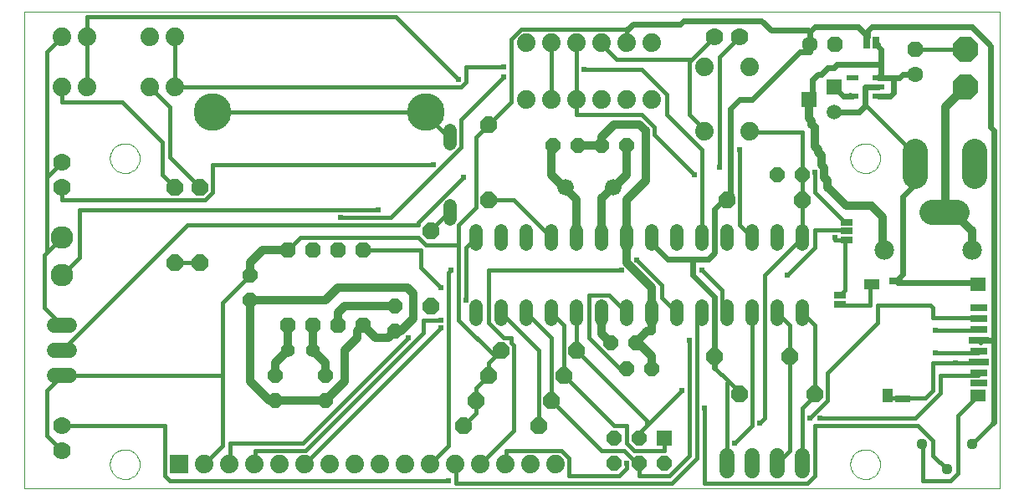
<source format=gtl>
G75*
%MOIN*%
%OFA0B0*%
%FSLAX24Y24*%
%IPPOS*%
%LPD*%
%AMOC8*
5,1,8,0,0,1.08239X$1,22.5*
%
%ADD10C,0.0000*%
%ADD11C,0.1500*%
%ADD12C,0.0520*%
%ADD13OC8,0.0630*%
%ADD14C,0.0560*%
%ADD15OC8,0.0660*%
%ADD16OC8,0.0600*%
%ADD17R,0.0600X0.0600*%
%ADD18C,0.0630*%
%ADD19C,0.0660*%
%ADD20C,0.0740*%
%ADD21R,0.0472X0.0217*%
%ADD22C,0.0780*%
%ADD23C,0.1000*%
%ADD24R,0.0250X0.0500*%
%ADD25R,0.0591X0.0551*%
%ADD26R,0.0591X0.0512*%
%ADD27R,0.0689X0.0276*%
%ADD28R,0.0800X0.0276*%
%ADD29R,0.0591X0.0315*%
%ADD30R,0.0394X0.0551*%
%ADD31R,0.0551X0.0315*%
%ADD32R,0.0610X0.0394*%
%ADD33R,0.0740X0.0740*%
%ADD34C,0.0600*%
%ADD35C,0.0700*%
%ADD36C,0.0590*%
%ADD37R,0.0590X0.0590*%
%ADD38OC8,0.1000*%
%ADD39R,0.0500X0.0250*%
%ADD40C,0.0440*%
%ADD41C,0.0900*%
%ADD42C,0.0320*%
%ADD43C,0.0150*%
%ADD44C,0.0240*%
%ADD45C,0.0240*%
D10*
X000100Y000550D02*
X000100Y019546D01*
X038970Y019546D01*
X038970Y000550D01*
X000100Y000550D01*
X003509Y001500D02*
X003511Y001548D01*
X003517Y001596D01*
X003527Y001643D01*
X003540Y001689D01*
X003558Y001734D01*
X003578Y001778D01*
X003603Y001820D01*
X003631Y001859D01*
X003661Y001896D01*
X003695Y001930D01*
X003732Y001962D01*
X003770Y001991D01*
X003811Y002016D01*
X003854Y002038D01*
X003899Y002056D01*
X003945Y002070D01*
X003992Y002081D01*
X004040Y002088D01*
X004088Y002091D01*
X004136Y002090D01*
X004184Y002085D01*
X004232Y002076D01*
X004278Y002064D01*
X004323Y002047D01*
X004367Y002027D01*
X004409Y002004D01*
X004449Y001977D01*
X004487Y001947D01*
X004522Y001914D01*
X004554Y001878D01*
X004584Y001840D01*
X004610Y001799D01*
X004632Y001756D01*
X004652Y001712D01*
X004667Y001667D01*
X004679Y001620D01*
X004687Y001572D01*
X004691Y001524D01*
X004691Y001476D01*
X004687Y001428D01*
X004679Y001380D01*
X004667Y001333D01*
X004652Y001288D01*
X004632Y001244D01*
X004610Y001201D01*
X004584Y001160D01*
X004554Y001122D01*
X004522Y001086D01*
X004487Y001053D01*
X004449Y001023D01*
X004409Y000996D01*
X004367Y000973D01*
X004323Y000953D01*
X004278Y000936D01*
X004232Y000924D01*
X004184Y000915D01*
X004136Y000910D01*
X004088Y000909D01*
X004040Y000912D01*
X003992Y000919D01*
X003945Y000930D01*
X003899Y000944D01*
X003854Y000962D01*
X003811Y000984D01*
X003770Y001009D01*
X003732Y001038D01*
X003695Y001070D01*
X003661Y001104D01*
X003631Y001141D01*
X003603Y001180D01*
X003578Y001222D01*
X003558Y001266D01*
X003540Y001311D01*
X003527Y001357D01*
X003517Y001404D01*
X003511Y001452D01*
X003509Y001500D01*
X003509Y013700D02*
X003511Y013748D01*
X003517Y013796D01*
X003527Y013843D01*
X003540Y013889D01*
X003558Y013934D01*
X003578Y013978D01*
X003603Y014020D01*
X003631Y014059D01*
X003661Y014096D01*
X003695Y014130D01*
X003732Y014162D01*
X003770Y014191D01*
X003811Y014216D01*
X003854Y014238D01*
X003899Y014256D01*
X003945Y014270D01*
X003992Y014281D01*
X004040Y014288D01*
X004088Y014291D01*
X004136Y014290D01*
X004184Y014285D01*
X004232Y014276D01*
X004278Y014264D01*
X004323Y014247D01*
X004367Y014227D01*
X004409Y014204D01*
X004449Y014177D01*
X004487Y014147D01*
X004522Y014114D01*
X004554Y014078D01*
X004584Y014040D01*
X004610Y013999D01*
X004632Y013956D01*
X004652Y013912D01*
X004667Y013867D01*
X004679Y013820D01*
X004687Y013772D01*
X004691Y013724D01*
X004691Y013676D01*
X004687Y013628D01*
X004679Y013580D01*
X004667Y013533D01*
X004652Y013488D01*
X004632Y013444D01*
X004610Y013401D01*
X004584Y013360D01*
X004554Y013322D01*
X004522Y013286D01*
X004487Y013253D01*
X004449Y013223D01*
X004409Y013196D01*
X004367Y013173D01*
X004323Y013153D01*
X004278Y013136D01*
X004232Y013124D01*
X004184Y013115D01*
X004136Y013110D01*
X004088Y013109D01*
X004040Y013112D01*
X003992Y013119D01*
X003945Y013130D01*
X003899Y013144D01*
X003854Y013162D01*
X003811Y013184D01*
X003770Y013209D01*
X003732Y013238D01*
X003695Y013270D01*
X003661Y013304D01*
X003631Y013341D01*
X003603Y013380D01*
X003578Y013422D01*
X003558Y013466D01*
X003540Y013511D01*
X003527Y013557D01*
X003517Y013604D01*
X003511Y013652D01*
X003509Y013700D01*
X033009Y013700D02*
X033011Y013748D01*
X033017Y013796D01*
X033027Y013843D01*
X033040Y013889D01*
X033058Y013934D01*
X033078Y013978D01*
X033103Y014020D01*
X033131Y014059D01*
X033161Y014096D01*
X033195Y014130D01*
X033232Y014162D01*
X033270Y014191D01*
X033311Y014216D01*
X033354Y014238D01*
X033399Y014256D01*
X033445Y014270D01*
X033492Y014281D01*
X033540Y014288D01*
X033588Y014291D01*
X033636Y014290D01*
X033684Y014285D01*
X033732Y014276D01*
X033778Y014264D01*
X033823Y014247D01*
X033867Y014227D01*
X033909Y014204D01*
X033949Y014177D01*
X033987Y014147D01*
X034022Y014114D01*
X034054Y014078D01*
X034084Y014040D01*
X034110Y013999D01*
X034132Y013956D01*
X034152Y013912D01*
X034167Y013867D01*
X034179Y013820D01*
X034187Y013772D01*
X034191Y013724D01*
X034191Y013676D01*
X034187Y013628D01*
X034179Y013580D01*
X034167Y013533D01*
X034152Y013488D01*
X034132Y013444D01*
X034110Y013401D01*
X034084Y013360D01*
X034054Y013322D01*
X034022Y013286D01*
X033987Y013253D01*
X033949Y013223D01*
X033909Y013196D01*
X033867Y013173D01*
X033823Y013153D01*
X033778Y013136D01*
X033732Y013124D01*
X033684Y013115D01*
X033636Y013110D01*
X033588Y013109D01*
X033540Y013112D01*
X033492Y013119D01*
X033445Y013130D01*
X033399Y013144D01*
X033354Y013162D01*
X033311Y013184D01*
X033270Y013209D01*
X033232Y013238D01*
X033195Y013270D01*
X033161Y013304D01*
X033131Y013341D01*
X033103Y013380D01*
X033078Y013422D01*
X033058Y013466D01*
X033040Y013511D01*
X033027Y013557D01*
X033017Y013604D01*
X033011Y013652D01*
X033009Y013700D01*
X033009Y001500D02*
X033011Y001548D01*
X033017Y001596D01*
X033027Y001643D01*
X033040Y001689D01*
X033058Y001734D01*
X033078Y001778D01*
X033103Y001820D01*
X033131Y001859D01*
X033161Y001896D01*
X033195Y001930D01*
X033232Y001962D01*
X033270Y001991D01*
X033311Y002016D01*
X033354Y002038D01*
X033399Y002056D01*
X033445Y002070D01*
X033492Y002081D01*
X033540Y002088D01*
X033588Y002091D01*
X033636Y002090D01*
X033684Y002085D01*
X033732Y002076D01*
X033778Y002064D01*
X033823Y002047D01*
X033867Y002027D01*
X033909Y002004D01*
X033949Y001977D01*
X033987Y001947D01*
X034022Y001914D01*
X034054Y001878D01*
X034084Y001840D01*
X034110Y001799D01*
X034132Y001756D01*
X034152Y001712D01*
X034167Y001667D01*
X034179Y001620D01*
X034187Y001572D01*
X034191Y001524D01*
X034191Y001476D01*
X034187Y001428D01*
X034179Y001380D01*
X034167Y001333D01*
X034152Y001288D01*
X034132Y001244D01*
X034110Y001201D01*
X034084Y001160D01*
X034054Y001122D01*
X034022Y001086D01*
X033987Y001053D01*
X033949Y001023D01*
X033909Y000996D01*
X033867Y000973D01*
X033823Y000953D01*
X033778Y000936D01*
X033732Y000924D01*
X033684Y000915D01*
X033636Y000910D01*
X033588Y000909D01*
X033540Y000912D01*
X033492Y000919D01*
X033445Y000930D01*
X033399Y000944D01*
X033354Y000962D01*
X033311Y000984D01*
X033270Y001009D01*
X033232Y001038D01*
X033195Y001070D01*
X033161Y001104D01*
X033131Y001141D01*
X033103Y001180D01*
X033078Y001222D01*
X033058Y001266D01*
X033040Y001311D01*
X033027Y001357D01*
X033017Y001404D01*
X033011Y001452D01*
X033009Y001500D01*
D11*
X016100Y015550D03*
X007600Y015550D03*
D12*
X017050Y014810D02*
X017050Y014290D01*
X017050Y011810D02*
X017050Y011290D01*
X018100Y010810D02*
X018100Y010290D01*
X019100Y010290D02*
X019100Y010810D01*
X020100Y010810D02*
X020100Y010290D01*
X021100Y010290D02*
X021100Y010810D01*
X022100Y010810D02*
X022100Y010290D01*
X023100Y010290D02*
X023100Y010810D01*
X024100Y010810D02*
X024100Y010290D01*
X025100Y010290D02*
X025100Y010810D01*
X026100Y010810D02*
X026100Y010290D01*
X027100Y010290D02*
X027100Y010810D01*
X028100Y010810D02*
X028100Y010290D01*
X029100Y010290D02*
X029100Y010810D01*
X030100Y010810D02*
X030100Y010290D01*
X031100Y010290D02*
X031100Y010810D01*
X031100Y007810D02*
X031100Y007290D01*
X030100Y007290D02*
X030100Y007810D01*
X029100Y007810D02*
X029100Y007290D01*
X028100Y007290D02*
X028100Y007810D01*
X027100Y007810D02*
X027100Y007290D01*
X026100Y007290D02*
X026100Y007810D01*
X025100Y007810D02*
X025100Y007290D01*
X024100Y007290D02*
X024100Y007810D01*
X023100Y007810D02*
X023100Y007290D01*
X022100Y007290D02*
X022100Y007810D01*
X021100Y007810D02*
X021100Y007290D01*
X020100Y007290D02*
X020100Y007810D01*
X019100Y007810D02*
X019100Y007290D01*
X018100Y007290D02*
X018100Y007810D01*
D13*
X013600Y007050D03*
X012600Y007050D03*
X011600Y007050D03*
X010600Y007050D03*
X010600Y010050D03*
X011600Y010050D03*
X012600Y010050D03*
X013600Y010050D03*
X032400Y018250D03*
X035600Y018050D03*
D14*
X011600Y006050D03*
X010600Y006050D03*
D15*
X016300Y007800D03*
X019100Y006050D03*
X018600Y005050D03*
X018100Y004050D03*
X017600Y003050D03*
X020600Y003050D03*
X021100Y004050D03*
X021600Y005050D03*
X022100Y006050D03*
X027600Y005800D03*
X030600Y005800D03*
X031600Y004300D03*
X028600Y004300D03*
X016300Y010800D03*
X018600Y012050D03*
X018600Y015050D03*
X028100Y012050D03*
X031100Y012050D03*
X007100Y012550D03*
X006100Y012550D03*
X006100Y009550D03*
X007100Y009550D03*
D16*
X009100Y009050D03*
X009100Y008050D03*
X014850Y007800D03*
X014850Y006800D03*
X012100Y005050D03*
X012100Y004050D03*
X010100Y004050D03*
X010100Y005050D03*
X023450Y006350D03*
X024450Y006350D03*
X024100Y005300D03*
X025100Y005300D03*
X024600Y002550D03*
X023600Y002550D03*
X023600Y001550D03*
X024600Y001550D03*
X025600Y001550D03*
X030100Y013050D03*
X031100Y013050D03*
X024100Y014200D03*
X023100Y014200D03*
X022150Y014200D03*
X021150Y014200D03*
D17*
X025600Y002550D03*
D18*
X035600Y017050D03*
X031400Y018250D03*
D19*
X023550Y012550D03*
X021650Y012550D03*
D20*
X027210Y014770D03*
X028990Y014770D03*
X025100Y016050D03*
X024100Y016050D03*
X023100Y016050D03*
X022100Y016050D03*
X021100Y016050D03*
X020100Y016050D03*
X020100Y018300D03*
X021100Y018300D03*
X022100Y018300D03*
X023100Y018300D03*
X024100Y018300D03*
X025100Y018300D03*
X027210Y017330D03*
X028990Y017330D03*
X006100Y016550D03*
X005100Y016550D03*
X002600Y016550D03*
X001600Y016550D03*
X001600Y018550D03*
X002600Y018550D03*
X005100Y018550D03*
X006100Y018550D03*
X007252Y001498D03*
X008252Y001498D03*
X009252Y001498D03*
X010252Y001498D03*
X011252Y001498D03*
X012252Y001498D03*
X013252Y001498D03*
X014252Y001498D03*
X015252Y001498D03*
X016252Y001498D03*
X017252Y001498D03*
X018252Y001498D03*
X019252Y001498D03*
X020252Y001498D03*
X021252Y001498D03*
D21*
X033088Y016176D03*
X034112Y016176D03*
X034112Y016550D03*
X034112Y016924D03*
X033088Y016924D03*
D22*
X034350Y010050D03*
X037850Y010050D03*
D23*
X037269Y011542D02*
X036269Y011542D01*
X035588Y012971D02*
X035588Y013971D01*
X037950Y013971D02*
X037950Y012971D01*
D24*
X034027Y018300D03*
X033673Y018300D03*
D25*
X038083Y008687D03*
D26*
X038083Y004238D03*
D27*
X038123Y004730D03*
X038123Y005143D03*
X038123Y006009D03*
X038123Y006876D03*
X038123Y007309D03*
X038123Y007742D03*
D28*
X038123Y006443D03*
X038123Y005576D03*
D29*
X035091Y004120D03*
D30*
X034501Y004238D03*
D31*
X034835Y008805D03*
D32*
X033871Y008667D03*
D33*
X006252Y001498D03*
D34*
X001900Y005050D02*
X001300Y005050D01*
X001300Y006050D02*
X001900Y006050D01*
X001900Y007050D02*
X001300Y007050D01*
X028100Y001850D02*
X028100Y001250D01*
X029100Y001250D02*
X029100Y001850D01*
X030100Y001850D02*
X030100Y001250D01*
X031100Y001250D02*
X031100Y001850D01*
D35*
X001600Y002050D03*
X001600Y003050D03*
X001600Y012550D03*
X001600Y013550D03*
X027600Y018550D03*
X028600Y018550D03*
D36*
X032350Y015550D03*
D37*
X031350Y016050D03*
X032350Y016550D03*
D38*
X037600Y016550D03*
X037600Y018050D03*
D39*
X032850Y011150D03*
X032850Y010800D03*
X032850Y010450D03*
X032600Y008227D03*
X032600Y007873D03*
D40*
X035850Y002300D03*
X037850Y002300D03*
X036850Y001300D03*
D41*
X001600Y009050D03*
X001606Y010550D03*
D42*
X009100Y009550D02*
X009100Y009050D01*
X009100Y009550D02*
X009600Y010050D01*
X010600Y010050D01*
X012600Y008550D02*
X015350Y008550D01*
X015600Y008300D01*
X015600Y007300D01*
X015100Y006800D01*
X014850Y006800D01*
X014600Y006550D01*
X014100Y006550D01*
X013600Y007050D01*
X013350Y006800D01*
X013350Y006550D01*
X012850Y006050D01*
X012850Y004800D01*
X012100Y004050D01*
X010100Y004050D01*
X009850Y004050D01*
X009100Y004800D01*
X009100Y008050D01*
X012100Y008050D01*
X012600Y008550D01*
X012850Y007800D02*
X012600Y007550D01*
X012600Y007050D01*
X011600Y007050D02*
X011600Y006050D01*
X012100Y005550D01*
X012100Y005050D01*
X010600Y006050D02*
X010100Y005550D01*
X010100Y005050D01*
X010600Y006050D02*
X010600Y007050D01*
X012850Y007800D02*
X014850Y007800D01*
X022100Y010550D02*
X022100Y012050D01*
X021650Y012500D01*
X021650Y012550D01*
X021600Y012550D01*
X021100Y013050D01*
X021100Y014150D01*
X021150Y014200D01*
X022150Y014200D02*
X023100Y014200D01*
X023100Y014550D01*
X023600Y015050D01*
X024600Y015050D01*
X024850Y014800D01*
X024850Y012800D01*
X024100Y012050D01*
X024100Y010550D01*
X024100Y009550D01*
X025100Y008550D01*
X025100Y007550D01*
X025100Y006800D01*
X024900Y006800D01*
X024450Y006350D01*
X024550Y006350D01*
X025100Y005800D01*
X025100Y005300D01*
X023450Y006350D02*
X023100Y006700D01*
X023100Y007550D01*
X023100Y010550D02*
X023100Y012100D01*
X023550Y012550D01*
X023600Y012550D01*
X024100Y013050D01*
X024100Y014200D01*
X031350Y015300D02*
X031350Y016050D01*
X031350Y015300D02*
X031475Y015175D01*
X031475Y015050D01*
X031600Y014925D01*
X031600Y014175D01*
X031725Y014050D01*
X031725Y013925D01*
X031850Y013800D01*
X031850Y013425D01*
X031975Y013300D01*
X031975Y012925D01*
X032100Y012800D01*
X032100Y012550D01*
X032850Y011800D01*
X033850Y011800D01*
X034300Y011350D01*
X034300Y010050D01*
X036800Y011550D02*
X036800Y015750D01*
X037600Y016550D01*
X037100Y011550D02*
X036800Y011550D01*
X037100Y011550D02*
X037850Y010800D01*
X037850Y010050D01*
D43*
X038000Y008750D02*
X038083Y008687D01*
X036300Y007750D02*
X036200Y007850D01*
X034100Y007850D01*
X034100Y007150D01*
X032100Y005150D01*
X032100Y004050D01*
X031400Y003350D01*
X031800Y003350D02*
X035600Y003350D01*
X036600Y004350D01*
X036600Y005050D01*
X038100Y005050D01*
X038123Y005143D01*
X038100Y005550D02*
X037200Y005550D01*
X036300Y005550D01*
X036300Y004450D01*
X036000Y004150D01*
X035100Y004150D01*
X035091Y004120D01*
X035000Y004150D01*
X034600Y004150D01*
X034501Y004238D01*
X035700Y003050D02*
X031600Y003050D01*
X031600Y001050D01*
X031300Y000750D01*
X027200Y000750D01*
X027200Y003750D01*
X026300Y004450D02*
X024950Y003100D01*
X024900Y003150D01*
X024900Y003250D01*
X022100Y006050D01*
X022100Y007550D01*
X021600Y007050D02*
X021600Y005050D01*
X023600Y003050D01*
X024100Y003050D01*
X024100Y002350D01*
X024400Y002050D01*
X025600Y002050D01*
X025600Y002550D01*
X024950Y003100D02*
X024600Y002750D01*
X024600Y002550D01*
X024000Y002050D02*
X024600Y001450D01*
X024600Y001550D01*
X024600Y001450D02*
X024600Y001050D01*
X025800Y001050D01*
X026600Y001850D01*
X026600Y006450D01*
X027600Y005800D02*
X027600Y005350D01*
X028150Y004800D01*
X028100Y004750D01*
X028100Y001550D01*
X026900Y001750D02*
X025900Y000750D01*
X017300Y000750D01*
X017300Y001450D01*
X017252Y001498D01*
X017000Y002250D02*
X016300Y001550D01*
X016252Y001498D01*
X017000Y000850D02*
X005900Y000850D01*
X005700Y001050D01*
X005700Y003050D01*
X001600Y003050D01*
X001000Y002650D02*
X001600Y002050D01*
X001000Y002650D02*
X001000Y004450D01*
X001600Y005050D01*
X008000Y005050D01*
X008000Y002250D01*
X007300Y001550D01*
X007252Y001498D01*
X008252Y001498D02*
X008300Y001550D01*
X008300Y002350D01*
X011200Y002350D01*
X015400Y006550D01*
X016000Y006750D02*
X011300Y002050D01*
X009300Y002050D01*
X009300Y001550D01*
X009252Y001498D01*
X011252Y001498D02*
X011300Y001550D01*
X016700Y006950D01*
X016700Y007250D02*
X016000Y007250D01*
X016000Y006750D01*
X017400Y007250D02*
X017400Y010250D01*
X016100Y010250D01*
X015800Y010550D01*
X011100Y010550D01*
X010600Y010050D01*
X009100Y009050D02*
X008000Y007950D01*
X008000Y005050D01*
X006600Y011050D02*
X001600Y006050D01*
X001600Y007050D02*
X000900Y007750D01*
X000900Y009850D01*
X001050Y010000D01*
X001000Y010050D01*
X001000Y012950D01*
X001050Y013000D01*
X001000Y013050D01*
X001000Y017950D01*
X001600Y018550D01*
X002600Y018550D02*
X002600Y016550D01*
X001600Y016550D02*
X001600Y015950D01*
X004000Y015950D01*
X005600Y014350D01*
X005600Y013050D01*
X006100Y012550D01*
X007100Y012550D02*
X005900Y013750D01*
X005900Y015750D01*
X005100Y016550D01*
X006100Y016550D02*
X006100Y018550D01*
X002600Y018550D02*
X002600Y019350D01*
X014900Y019350D01*
X017400Y016850D01*
X017500Y016550D02*
X006100Y016550D01*
X007600Y015550D02*
X016100Y015550D01*
X016100Y015450D01*
X017000Y014550D01*
X017050Y014550D01*
X017500Y014150D02*
X014700Y011350D01*
X012700Y011350D01*
X014200Y011650D02*
X002300Y011650D01*
X002300Y009750D01*
X001600Y009050D01*
X001050Y010000D02*
X001600Y010550D01*
X001606Y010550D01*
X001600Y012050D02*
X001600Y012550D01*
X001600Y012050D02*
X007300Y012050D01*
X007600Y012350D01*
X007600Y013450D01*
X016400Y013450D01*
X017600Y012950D02*
X015800Y011150D01*
X015800Y011050D01*
X006600Y011050D01*
X007100Y009550D02*
X006100Y009550D01*
X001600Y013550D02*
X001050Y013000D01*
X013600Y010050D02*
X015900Y010050D01*
X015900Y009350D01*
X016700Y008550D01*
X017000Y009150D02*
X017000Y002250D01*
X017600Y003050D02*
X018100Y003550D01*
X018100Y004050D01*
X018100Y004550D01*
X018600Y005050D01*
X018600Y005550D01*
X018850Y005800D01*
X017400Y007250D01*
X018600Y007150D02*
X019200Y006550D01*
X019500Y006550D01*
X019500Y006350D01*
X019600Y006250D01*
X019600Y002850D01*
X018300Y001550D01*
X018252Y001498D01*
X019252Y001498D02*
X019300Y001550D01*
X019300Y002050D01*
X021500Y002050D01*
X021800Y001750D01*
X021800Y001050D01*
X023800Y001050D01*
X024100Y001350D01*
X024100Y001550D01*
X024000Y002050D02*
X023100Y002050D01*
X021100Y004050D01*
X021100Y006550D01*
X020100Y007550D01*
X021100Y007550D02*
X021600Y007050D01*
X022600Y006550D02*
X023800Y005350D01*
X024100Y005350D01*
X024100Y005300D01*
X023600Y006350D02*
X023450Y006350D01*
X022600Y006550D02*
X022600Y008250D01*
X023400Y008250D01*
X024100Y007550D01*
X025500Y008150D02*
X025500Y008650D01*
X024500Y009650D01*
X023900Y009250D02*
X018600Y009250D01*
X018600Y007150D01*
X019100Y007550D02*
X020600Y006050D01*
X020600Y003050D01*
X018850Y005800D02*
X019100Y006050D01*
X017700Y008050D02*
X017700Y010150D01*
X018100Y010550D01*
X017400Y010250D02*
X017400Y011050D01*
X018100Y011750D01*
X018100Y014550D01*
X018600Y015050D01*
X019500Y015950D01*
X019500Y018450D01*
X019900Y018850D01*
X024100Y018850D01*
X024100Y018800D02*
X024100Y018300D01*
X023700Y017650D02*
X023100Y018250D01*
X023100Y018300D01*
X022100Y018300D02*
X022100Y016050D01*
X022100Y015450D01*
X024700Y015450D01*
X025200Y014950D01*
X025200Y014650D01*
X026800Y013050D01*
X027800Y013350D02*
X027800Y017750D01*
X028600Y018550D01*
X027600Y018550D02*
X026650Y017600D01*
X026600Y017650D01*
X023700Y017650D01*
X024700Y017250D02*
X022400Y017250D01*
X021100Y018300D02*
X021100Y016050D01*
X019200Y016950D02*
X017500Y015250D01*
X017500Y014150D01*
X018600Y012050D02*
X019600Y012050D01*
X021100Y010550D01*
X017100Y009250D02*
X017000Y009150D01*
X016300Y010800D02*
X016300Y010850D01*
X017000Y011550D01*
X017050Y011550D01*
X025500Y008150D02*
X026100Y007550D01*
X026900Y007350D02*
X026900Y001750D01*
X028400Y002350D02*
X029100Y003050D01*
X029100Y007550D01*
X028100Y007550D02*
X027900Y007750D01*
X027900Y008450D01*
X027100Y009250D01*
X027100Y010550D02*
X027100Y014050D01*
X025700Y015450D01*
X025700Y016250D01*
X024700Y017250D01*
X026600Y017550D02*
X026600Y015450D01*
X027200Y014850D01*
X027210Y014770D01*
X028600Y014050D02*
X028600Y011050D01*
X029100Y010550D01*
X029600Y009050D02*
X031100Y010550D01*
X031100Y012050D01*
X031100Y013050D01*
X031100Y014750D01*
X029000Y014750D01*
X028990Y014770D01*
X031350Y016050D02*
X031500Y016050D01*
X031400Y016050D02*
X031350Y016050D01*
X032350Y016550D02*
X032400Y016550D01*
X033000Y016250D02*
X033088Y016176D01*
X033600Y015800D02*
X033700Y015750D01*
X035500Y013950D01*
X035500Y013550D01*
X035588Y013471D01*
X035600Y013450D01*
X036769Y011542D02*
X036800Y011550D01*
X034350Y010050D02*
X034300Y010050D01*
X032850Y010450D02*
X032800Y010450D01*
X032400Y010450D01*
X032400Y010550D01*
X032800Y010450D02*
X032800Y008450D01*
X032600Y008250D01*
X032600Y008227D01*
X032600Y007873D02*
X032600Y007850D01*
X033800Y007850D01*
X033800Y008650D01*
X033871Y008667D01*
X034835Y008805D02*
X034900Y008750D01*
X036300Y007750D02*
X036300Y007350D01*
X038100Y007350D01*
X038123Y007309D01*
X038123Y006876D02*
X038100Y006850D01*
X036400Y006850D01*
X036400Y005950D02*
X038100Y005950D01*
X038123Y006009D01*
X038200Y006350D02*
X038123Y006443D01*
X038200Y006450D01*
X038400Y006450D01*
X038475Y006425D01*
X038123Y005576D02*
X038100Y005550D01*
X038083Y004238D02*
X038000Y004150D01*
X037300Y003450D01*
X037300Y001150D01*
X037000Y000850D01*
X035900Y000850D01*
X035900Y002250D01*
X035850Y002300D01*
X036300Y002450D02*
X035700Y003050D01*
X036300Y002450D02*
X036300Y001850D01*
X036850Y001300D01*
X037850Y002300D02*
X038700Y003150D01*
X031600Y004250D02*
X031600Y004300D01*
X031600Y007050D01*
X031100Y007550D01*
X030600Y007050D02*
X030100Y007550D01*
X030600Y007050D02*
X030600Y005800D01*
X030600Y002050D01*
X030100Y001550D01*
X031100Y001550D02*
X031100Y003750D01*
X031600Y004250D01*
X029600Y003350D02*
X029600Y009050D01*
X030500Y009050D02*
X031600Y010150D01*
X031600Y010850D01*
X032800Y010850D01*
X032850Y010800D01*
X032850Y011150D02*
X032800Y011150D01*
X031600Y012350D01*
X031600Y013150D01*
X028300Y012250D02*
X028100Y012050D01*
X027100Y007550D02*
X026900Y007350D01*
X028150Y004800D02*
X028600Y004350D01*
X028600Y004300D01*
X029600Y003350D02*
X029400Y003150D01*
X017500Y016550D02*
X017700Y016750D01*
X017700Y017350D01*
X019200Y017350D01*
X026600Y017550D02*
X026650Y017600D01*
X031400Y017950D02*
X031400Y018250D01*
X033600Y018250D02*
X033673Y018300D01*
X033700Y018350D01*
X033700Y018550D01*
X034027Y018300D02*
X034100Y018250D01*
X035600Y018050D02*
X037600Y018050D01*
X034112Y016924D02*
X034100Y016950D01*
D44*
X034112Y016924D02*
X034225Y017037D01*
X034225Y017425D01*
X032475Y017425D01*
X032350Y017300D01*
X032100Y017300D01*
X031850Y017050D01*
X031725Y017050D01*
X031500Y016825D01*
X031500Y016050D01*
X032350Y015550D02*
X033350Y015550D01*
X033600Y015800D01*
X033600Y016550D01*
X034112Y016550D01*
X034112Y016176D02*
X034601Y016176D01*
X034725Y016300D01*
X034725Y016924D01*
X034974Y016924D01*
X035100Y017050D01*
X035600Y017050D01*
X034725Y016924D02*
X034112Y016924D01*
X034225Y017425D02*
X034225Y018050D01*
X034100Y018175D01*
X034100Y018250D01*
X033700Y018550D02*
X033700Y018775D01*
X033850Y018925D01*
X037850Y018925D01*
X038600Y018175D01*
X038600Y014925D01*
X038725Y014800D01*
X038725Y006425D01*
X038725Y003175D01*
X038700Y003150D01*
X038725Y006425D02*
X038475Y006425D01*
X038000Y008750D02*
X034890Y008750D01*
X034835Y008805D01*
X035100Y009069D01*
X035100Y012175D01*
X035600Y012675D01*
X035600Y013450D01*
X033087Y016175D02*
X032725Y016175D01*
X032400Y016500D01*
X032400Y016550D01*
X033087Y016175D02*
X033088Y016176D01*
X031400Y017950D02*
X031000Y017950D01*
X029100Y016050D01*
X028600Y016050D01*
X028225Y015675D01*
X028225Y012175D01*
X028100Y012050D01*
X027975Y012050D01*
X027600Y011675D01*
X027600Y009925D01*
X027350Y009675D01*
X026725Y009675D01*
X026725Y009050D01*
X027600Y008175D01*
X027600Y005350D01*
X026725Y009675D02*
X025725Y009675D01*
X025225Y010175D01*
X025225Y010425D01*
X025100Y010550D01*
X031400Y017950D02*
X031400Y018725D01*
X031325Y018800D01*
X029850Y018800D01*
X029475Y019175D01*
X026350Y019175D01*
X026225Y019050D01*
X024350Y019050D01*
X024100Y018800D01*
X024100Y018850D01*
X031400Y018725D02*
X031600Y018925D01*
X033325Y018925D01*
X033700Y018550D01*
D45*
X028600Y014050D03*
X027800Y013350D03*
X026800Y013050D03*
X031600Y013150D03*
X032400Y010550D03*
X030500Y009050D03*
X027100Y009250D03*
X024500Y009650D03*
X023900Y009250D03*
X026600Y006450D03*
X026300Y004450D03*
X027200Y003750D03*
X029400Y003150D03*
X028400Y002350D03*
X031400Y003350D03*
X031800Y003350D03*
X036400Y005950D03*
X037200Y005550D03*
X036400Y006850D03*
X024100Y001550D03*
X017000Y000850D03*
X015400Y006550D03*
X016700Y006950D03*
X016700Y007250D03*
X017700Y008050D03*
X016700Y008550D03*
X017100Y009250D03*
X012700Y011350D03*
X014200Y011650D03*
X017600Y012950D03*
X016400Y013450D03*
X017400Y016850D03*
X019200Y016950D03*
X019200Y017350D03*
X022400Y017250D03*
M02*

</source>
